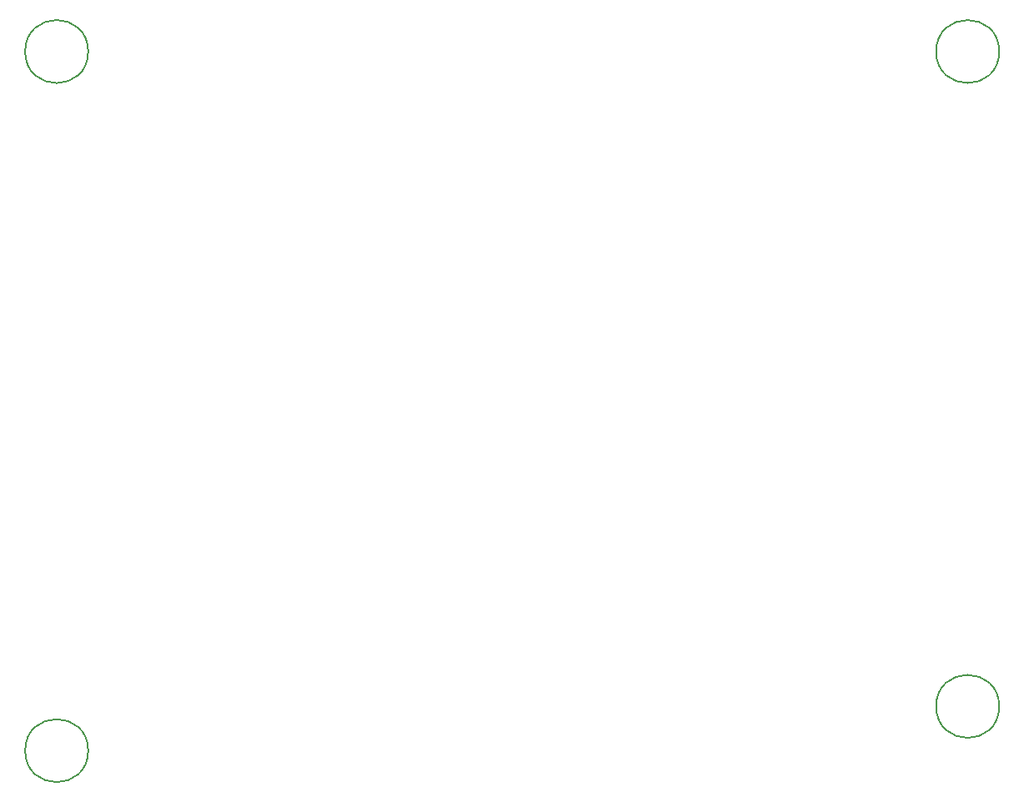
<source format=gbr>
%TF.GenerationSoftware,KiCad,Pcbnew,8.0.4-8.0.4-0~ubuntu22.04.1*%
%TF.CreationDate,2024-09-05T16:25:04-04:00*%
%TF.ProjectId,tinytapeout-demo,74696e79-7461-4706-956f-75742d64656d,2.0.1*%
%TF.SameCoordinates,PX38be5e0PY7d687e0*%
%TF.FileFunction,Other,Comment*%
%FSLAX46Y46*%
G04 Gerber Fmt 4.6, Leading zero omitted, Abs format (unit mm)*
G04 Created by KiCad (PCBNEW 8.0.4-8.0.4-0~ubuntu22.04.1) date 2024-09-05 16:25:04*
%MOMM*%
%LPD*%
G01*
G04 APERTURE LIST*
%ADD10C,0.150000*%
G04 APERTURE END LIST*
D10*
%TO.C,MT3*%
X66200000Y-57000000D02*
G75*
G02*
X59800000Y-57000000I-3200000J0D01*
G01*
X59800000Y-57000000D02*
G75*
G02*
X66200000Y-57000000I3200000J0D01*
G01*
%TO.C,MT4*%
X158700000Y-57000000D02*
G75*
G02*
X152300000Y-57000000I-3200000J0D01*
G01*
X152300000Y-57000000D02*
G75*
G02*
X158700000Y-57000000I3200000J0D01*
G01*
%TO.C,MT2*%
X158700000Y-123500000D02*
G75*
G02*
X152300000Y-123500000I-3200000J0D01*
G01*
X152300000Y-123500000D02*
G75*
G02*
X158700000Y-123500000I3200000J0D01*
G01*
%TO.C,MT1*%
X66200000Y-128000000D02*
G75*
G02*
X59800000Y-128000000I-3200000J0D01*
G01*
X59800000Y-128000000D02*
G75*
G02*
X66200000Y-128000000I3200000J0D01*
G01*
%TD*%
M02*

</source>
